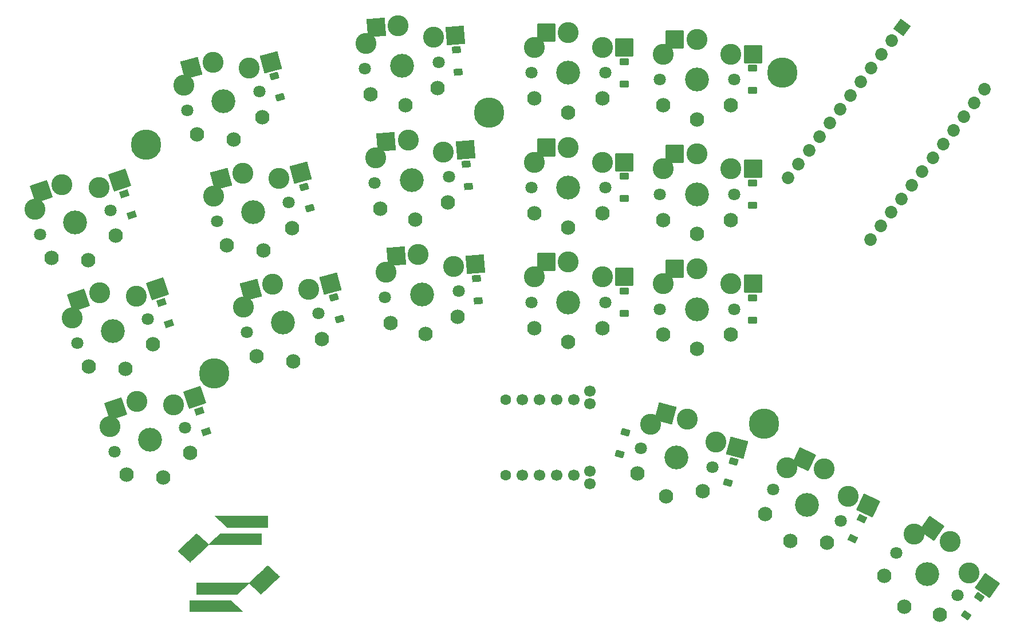
<source format=gbs>
%TF.GenerationSoftware,KiCad,Pcbnew,5.99.0-unknown-fa82fcb809~131~ubuntu20.04.1*%
%TF.CreationDate,2021-09-08T19:53:09+02:00*%
%TF.ProjectId,tuck-n-roll,7475636b-2d6e-42d7-926f-6c6c2e6b6963,VERSION_HERE*%
%TF.SameCoordinates,Original*%
%TF.FileFunction,Soldermask,Bot*%
%TF.FilePolarity,Negative*%
%FSLAX46Y46*%
G04 Gerber Fmt 4.6, Leading zero omitted, Abs format (unit mm)*
G04 Created by KiCad (PCBNEW 5.99.0-unknown-fa82fcb809~131~ubuntu20.04.1) date 2021-09-08 19:53:09*
%MOMM*%
%LPD*%
G01*
G04 APERTURE LIST*
G04 Aperture macros list*
%AMRoundRect*
0 Rectangle with rounded corners*
0 $1 Rounding radius*
0 $2 $3 $4 $5 $6 $7 $8 $9 X,Y pos of 4 corners*
0 Add a 4 corners polygon primitive as box body*
4,1,4,$2,$3,$4,$5,$6,$7,$8,$9,$2,$3,0*
0 Add four circle primitives for the rounded corners*
1,1,$1+$1,$2,$3*
1,1,$1+$1,$4,$5*
1,1,$1+$1,$6,$7*
1,1,$1+$1,$8,$9*
0 Add four rect primitives between the rounded corners*
20,1,$1+$1,$2,$3,$4,$5,0*
20,1,$1+$1,$4,$5,$6,$7,0*
20,1,$1+$1,$6,$7,$8,$9,0*
20,1,$1+$1,$8,$9,$2,$3,0*%
G04 Aperture macros list end*
%ADD10C,0.010000*%
%ADD11C,3.529000*%
%ADD12C,1.801800*%
%ADD13C,3.100000*%
%ADD14RoundRect,0.050000X-0.805936X-1.652413X1.652413X-0.805936X0.805936X1.652413X-1.652413X0.805936X0*%
%ADD15C,2.132000*%
%ADD16RoundRect,0.050000X0.713817X-0.230142X0.420805X0.620824X-0.713817X0.230142X-0.420805X-0.620824X0*%
%ADD17RoundRect,0.050000X-0.919239X-1.592168X1.592168X-0.919239X0.919239X1.592168X-1.592168X0.919239X0*%
%ADD18RoundRect,0.050000X0.696024X-0.279375X0.463087X0.589958X-0.696024X0.279375X-0.463087X-0.589958X0*%
%ADD19RoundRect,0.050000X-1.181751X-1.408356X1.408356X-1.181751X1.181751X1.408356X-1.408356X1.181751X0*%
%ADD20RoundRect,0.050000X0.636937X-0.395994X0.558497X0.500581X-0.636937X0.395994X-0.558497X-0.500581X0*%
%ADD21RoundRect,0.050000X-1.300000X-1.300000X1.300000X-1.300000X1.300000X1.300000X-1.300000X1.300000X0*%
%ADD22RoundRect,0.050000X0.600000X-0.450000X0.600000X0.450000X-0.600000X0.450000X-0.600000X-0.450000X0*%
%ADD23RoundRect,0.050000X-1.592168X-0.919239X0.919239X-1.592168X1.592168X0.919239X-0.919239X1.592168X0*%
%ADD24RoundRect,0.050000X0.463087X-0.589958X0.696024X0.279375X-0.463087X0.589958X-0.696024X-0.279375X0*%
%ADD25RoundRect,0.050000X-1.727604X-0.628796X0.628796X-1.727604X1.727604X0.628796X-0.628796X1.727604X0*%
%ADD26RoundRect,0.050000X0.353606X-0.661409X0.733963X0.154268X-0.353606X0.661409X-0.733963X-0.154268X0*%
%ADD27RoundRect,0.050000X-1.810547X-0.319248X0.319248X-1.810547X1.810547X0.319248X-0.319248X1.810547X0*%
%ADD28RoundRect,0.050000X0.233382X-0.712764X0.749601X0.024473X-0.233382X0.712764X-0.749601X-0.024473X0*%
%ADD29RoundRect,0.050000X-0.172474X1.227215X-1.227215X-0.172474X0.172474X-1.227215X1.227215X0.172474X0*%
%ADD30C,1.852600*%
%ADD31C,1.700000*%
%ADD32C,1.600000*%
%ADD33C,0.800000*%
%ADD34C,4.500000*%
G04 APERTURE END LIST*
D10*
%TO.C,G\u002A\u002A\u002A*%
X10869084Y-16478250D02*
X3082600Y-16478250D01*
X3082600Y-16478250D02*
X1726130Y-17758834D01*
X1726130Y-17758834D02*
X1524366Y-17949119D01*
X1524366Y-17949119D02*
X1331270Y-18130860D01*
X1331270Y-18130860D02*
X1149071Y-18301978D01*
X1149071Y-18301978D02*
X980000Y-18460396D01*
X980000Y-18460396D02*
X826286Y-18604039D01*
X826286Y-18604039D02*
X690157Y-18730827D01*
X690157Y-18730827D02*
X573845Y-18838685D01*
X573845Y-18838685D02*
X479579Y-18925535D01*
X479579Y-18925535D02*
X409589Y-18989301D01*
X409589Y-18989301D02*
X366103Y-19027904D01*
X366103Y-19027904D02*
X351474Y-19039417D01*
X351474Y-19039417D02*
X333044Y-19025312D01*
X333044Y-19025312D02*
X286765Y-18984778D01*
X286765Y-18984778D02*
X215533Y-18920482D01*
X215533Y-18920482D02*
X122245Y-18835096D01*
X122245Y-18835096D02*
X9797Y-18731286D01*
X9797Y-18731286D02*
X-118913Y-18611724D01*
X-118913Y-18611724D02*
X-260989Y-18479077D01*
X-260989Y-18479077D02*
X-413534Y-18336015D01*
X-413534Y-18336015D02*
X-489522Y-18264525D01*
X-489522Y-18264525D02*
X-647443Y-18115783D01*
X-647443Y-18115783D02*
X-797219Y-17974676D01*
X-797219Y-17974676D02*
X-935801Y-17844080D01*
X-935801Y-17844080D02*
X-1060137Y-17726873D01*
X-1060137Y-17726873D02*
X-1167178Y-17625929D01*
X-1167178Y-17625929D02*
X-1253872Y-17544127D01*
X-1253872Y-17544127D02*
X-1317169Y-17484343D01*
X-1317169Y-17484343D02*
X-1354018Y-17449453D01*
X-1354018Y-17449453D02*
X-1361008Y-17442785D01*
X-1361008Y-17442785D02*
X-1409684Y-17395938D01*
X-1409684Y-17395938D02*
X-162138Y-16218475D01*
X-162138Y-16218475D02*
X34558Y-16032856D01*
X34558Y-16032856D02*
X224845Y-15853340D01*
X224845Y-15853340D02*
X406114Y-15682385D01*
X406114Y-15682385D02*
X575757Y-15522447D01*
X575757Y-15522447D02*
X731164Y-15375984D01*
X731164Y-15375984D02*
X869728Y-15245455D01*
X869728Y-15245455D02*
X988840Y-15133318D01*
X988840Y-15133318D02*
X1085890Y-15042029D01*
X1085890Y-15042029D02*
X1158271Y-14974047D01*
X1158271Y-14974047D02*
X1203373Y-14931829D01*
X1203373Y-14931829D02*
X1212079Y-14923737D01*
X1212079Y-14923737D02*
X1338749Y-14806462D01*
X1338749Y-14806462D02*
X2212694Y-15630784D01*
X2212694Y-15630784D02*
X3086639Y-16455105D01*
X3086639Y-16455105D02*
X3405986Y-16151995D01*
X3405986Y-16151995D02*
X3501491Y-16061404D01*
X3501491Y-16061404D02*
X3621067Y-15948071D01*
X3621067Y-15948071D02*
X3758023Y-15818335D01*
X3758023Y-15818335D02*
X3905665Y-15678533D01*
X3905665Y-15678533D02*
X4057300Y-15535003D01*
X4057300Y-15535003D02*
X4206235Y-15394084D01*
X4206235Y-15394084D02*
X4275667Y-15328412D01*
X4275667Y-15328412D02*
X4826000Y-14807939D01*
X4826000Y-14807939D02*
X7847542Y-14807011D01*
X7847542Y-14807011D02*
X10869084Y-14806084D01*
X10869084Y-14806084D02*
X10869084Y-16478250D01*
X10869084Y-16478250D02*
X10869084Y-16478250D01*
G36*
X10869084Y-16478250D02*
G01*
X3082600Y-16478250D01*
X1726130Y-17758834D01*
X1524366Y-17949119D01*
X1331270Y-18130860D01*
X1149071Y-18301978D01*
X980000Y-18460396D01*
X826286Y-18604039D01*
X690157Y-18730827D01*
X573845Y-18838685D01*
X479579Y-18925535D01*
X409589Y-18989301D01*
X366103Y-19027904D01*
X351474Y-19039417D01*
X333044Y-19025312D01*
X286765Y-18984778D01*
X215533Y-18920482D01*
X122245Y-18835096D01*
X9797Y-18731286D01*
X-118913Y-18611724D01*
X-260989Y-18479077D01*
X-413534Y-18336015D01*
X-489522Y-18264525D01*
X-647443Y-18115783D01*
X-797219Y-17974676D01*
X-935801Y-17844080D01*
X-1060137Y-17726873D01*
X-1167178Y-17625929D01*
X-1253872Y-17544127D01*
X-1317169Y-17484343D01*
X-1354018Y-17449453D01*
X-1361008Y-17442785D01*
X-1409684Y-17395938D01*
X-162138Y-16218475D01*
X34558Y-16032856D01*
X224845Y-15853340D01*
X406114Y-15682385D01*
X575757Y-15522447D01*
X731164Y-15375984D01*
X869728Y-15245455D01*
X988840Y-15133318D01*
X1085890Y-15042029D01*
X1158271Y-14974047D01*
X1203373Y-14931829D01*
X1212079Y-14923737D01*
X1338749Y-14806462D01*
X2212694Y-15630784D01*
X3086639Y-16455105D01*
X3405986Y-16151995D01*
X3501491Y-16061404D01*
X3621067Y-15948071D01*
X3758023Y-15818335D01*
X3905665Y-15678533D01*
X4057300Y-15535003D01*
X4206235Y-15394084D01*
X4275667Y-15328412D01*
X4826000Y-14807939D01*
X7847542Y-14807011D01*
X10869084Y-14806084D01*
X10869084Y-16478250D01*
G37*
X10869084Y-16478250D02*
X3082600Y-16478250D01*
X1726130Y-17758834D01*
X1524366Y-17949119D01*
X1331270Y-18130860D01*
X1149071Y-18301978D01*
X980000Y-18460396D01*
X826286Y-18604039D01*
X690157Y-18730827D01*
X573845Y-18838685D01*
X479579Y-18925535D01*
X409589Y-18989301D01*
X366103Y-19027904D01*
X351474Y-19039417D01*
X333044Y-19025312D01*
X286765Y-18984778D01*
X215533Y-18920482D01*
X122245Y-18835096D01*
X9797Y-18731286D01*
X-118913Y-18611724D01*
X-260989Y-18479077D01*
X-413534Y-18336015D01*
X-489522Y-18264525D01*
X-647443Y-18115783D01*
X-797219Y-17974676D01*
X-935801Y-17844080D01*
X-1060137Y-17726873D01*
X-1167178Y-17625929D01*
X-1253872Y-17544127D01*
X-1317169Y-17484343D01*
X-1354018Y-17449453D01*
X-1361008Y-17442785D01*
X-1409684Y-17395938D01*
X-162138Y-16218475D01*
X34558Y-16032856D01*
X224845Y-15853340D01*
X406114Y-15682385D01*
X575757Y-15522447D01*
X731164Y-15375984D01*
X869728Y-15245455D01*
X988840Y-15133318D01*
X1085890Y-15042029D01*
X1158271Y-14974047D01*
X1203373Y-14931829D01*
X1212079Y-14923737D01*
X1338749Y-14806462D01*
X2212694Y-15630784D01*
X3086639Y-16455105D01*
X3405986Y-16151995D01*
X3501491Y-16061404D01*
X3621067Y-15948071D01*
X3758023Y-15818335D01*
X3905665Y-15678533D01*
X4057300Y-15535003D01*
X4206235Y-15394084D01*
X4275667Y-15328412D01*
X4826000Y-14807939D01*
X7847542Y-14807011D01*
X10869084Y-14806084D01*
X10869084Y-16478250D01*
X3360209Y-24713263D02*
X6371167Y-24714442D01*
X6371167Y-24714442D02*
X7164917Y-25465107D01*
X7164917Y-25465107D02*
X7321376Y-25613159D01*
X7321376Y-25613159D02*
X7470892Y-25754805D01*
X7470892Y-25754805D02*
X7610174Y-25886917D01*
X7610174Y-25886917D02*
X7735933Y-26006367D01*
X7735933Y-26006367D02*
X7844880Y-26110028D01*
X7844880Y-26110028D02*
X7933726Y-26194773D01*
X7933726Y-26194773D02*
X7999181Y-26257473D01*
X7999181Y-26257473D02*
X8037957Y-26295002D01*
X8037957Y-26295002D02*
X8043022Y-26300011D01*
X8043022Y-26300011D02*
X8127378Y-26384250D01*
X8127378Y-26384250D02*
X349250Y-26384250D01*
X349250Y-26384250D02*
X349250Y-24712084D01*
X349250Y-24712084D02*
X3360209Y-24713263D01*
X3360209Y-24713263D02*
X3360209Y-24713263D01*
G36*
X3360209Y-24713263D02*
G01*
X6371167Y-24714442D01*
X7164917Y-25465107D01*
X7321376Y-25613159D01*
X7470892Y-25754805D01*
X7610174Y-25886917D01*
X7735933Y-26006367D01*
X7844880Y-26110028D01*
X7933726Y-26194773D01*
X7999181Y-26257473D01*
X8037957Y-26295002D01*
X8043022Y-26300011D01*
X8127378Y-26384250D01*
X349250Y-26384250D01*
X349250Y-24712084D01*
X3360209Y-24713263D01*
G37*
X3360209Y-24713263D02*
X6371167Y-24714442D01*
X7164917Y-25465107D01*
X7321376Y-25613159D01*
X7470892Y-25754805D01*
X7610174Y-25886917D01*
X7735933Y-26006367D01*
X7844880Y-26110028D01*
X7933726Y-26194773D01*
X7999181Y-26257473D01*
X8037957Y-26295002D01*
X8043022Y-26300011D01*
X8127378Y-26384250D01*
X349250Y-26384250D01*
X349250Y-24712084D01*
X3360209Y-24713263D01*
X11842750Y-13895917D02*
X5820834Y-13895527D01*
X5820834Y-13895527D02*
X4953000Y-13076818D01*
X4953000Y-13076818D02*
X4792359Y-12925088D01*
X4792359Y-12925088D02*
X4641112Y-12781880D01*
X4641112Y-12781880D02*
X4502041Y-12649850D01*
X4502041Y-12649850D02*
X4377926Y-12531656D01*
X4377926Y-12531656D02*
X4271549Y-12429955D01*
X4271549Y-12429955D02*
X4185691Y-12347404D01*
X4185691Y-12347404D02*
X4123131Y-12286659D01*
X4123131Y-12286659D02*
X4086653Y-12250379D01*
X4086653Y-12250379D02*
X4078111Y-12240929D01*
X4078111Y-12240929D02*
X4098191Y-12239151D01*
X4098191Y-12239151D02*
X4158517Y-12237424D01*
X4158517Y-12237424D02*
X4257004Y-12235757D01*
X4257004Y-12235757D02*
X4391565Y-12234160D01*
X4391565Y-12234160D02*
X4560114Y-12232641D01*
X4560114Y-12232641D02*
X4760564Y-12231209D01*
X4760564Y-12231209D02*
X4990828Y-12229875D01*
X4990828Y-12229875D02*
X5248821Y-12228647D01*
X5248821Y-12228647D02*
X5532456Y-12227534D01*
X5532456Y-12227534D02*
X5839647Y-12226546D01*
X5839647Y-12226546D02*
X6168306Y-12225692D01*
X6168306Y-12225692D02*
X6516348Y-12224982D01*
X6516348Y-12224982D02*
X6881687Y-12224424D01*
X6881687Y-12224424D02*
X7262235Y-12224027D01*
X7262235Y-12224027D02*
X7655907Y-12223802D01*
X7655907Y-12223802D02*
X7956903Y-12223750D01*
X7956903Y-12223750D02*
X11842750Y-12223750D01*
X11842750Y-12223750D02*
X11842750Y-13895917D01*
X11842750Y-13895917D02*
X11842750Y-13895917D01*
G36*
X11842750Y-13895917D02*
G01*
X5820834Y-13895527D01*
X4953000Y-13076818D01*
X4792359Y-12925088D01*
X4641112Y-12781880D01*
X4502041Y-12649850D01*
X4377926Y-12531656D01*
X4271549Y-12429955D01*
X4185691Y-12347404D01*
X4123131Y-12286659D01*
X4086653Y-12250379D01*
X4078111Y-12240929D01*
X4098191Y-12239151D01*
X4158517Y-12237424D01*
X4257004Y-12235757D01*
X4391565Y-12234160D01*
X4560114Y-12232641D01*
X4760564Y-12231209D01*
X4990828Y-12229875D01*
X5248821Y-12228647D01*
X5532456Y-12227534D01*
X5839647Y-12226546D01*
X6168306Y-12225692D01*
X6516348Y-12224982D01*
X6881687Y-12224424D01*
X7262235Y-12224027D01*
X7655907Y-12223802D01*
X7956903Y-12223750D01*
X11842750Y-12223750D01*
X11842750Y-13895917D01*
G37*
X11842750Y-13895917D02*
X5820834Y-13895527D01*
X4953000Y-13076818D01*
X4792359Y-12925088D01*
X4641112Y-12781880D01*
X4502041Y-12649850D01*
X4377926Y-12531656D01*
X4271549Y-12429955D01*
X4185691Y-12347404D01*
X4123131Y-12286659D01*
X4086653Y-12250379D01*
X4078111Y-12240929D01*
X4098191Y-12239151D01*
X4158517Y-12237424D01*
X4257004Y-12235757D01*
X4391565Y-12234160D01*
X4560114Y-12232641D01*
X4760564Y-12231209D01*
X4990828Y-12229875D01*
X5248821Y-12228647D01*
X5532456Y-12227534D01*
X5839647Y-12226546D01*
X6168306Y-12225692D01*
X6516348Y-12224982D01*
X6881687Y-12224424D01*
X7262235Y-12224027D01*
X7655907Y-12223802D01*
X7956903Y-12223750D01*
X11842750Y-12223750D01*
X11842750Y-13895917D01*
X11856122Y-19593256D02*
X11904158Y-19633394D01*
X11904158Y-19633394D02*
X11975767Y-19696388D01*
X11975767Y-19696388D02*
X12067556Y-19779046D01*
X12067556Y-19779046D02*
X12176132Y-19878173D01*
X12176132Y-19878173D02*
X12298102Y-19990578D01*
X12298102Y-19990578D02*
X12430075Y-20113067D01*
X12430075Y-20113067D02*
X12568657Y-20242448D01*
X12568657Y-20242448D02*
X12710457Y-20375527D01*
X12710457Y-20375527D02*
X12852081Y-20509111D01*
X12852081Y-20509111D02*
X12990137Y-20640007D01*
X12990137Y-20640007D02*
X13121232Y-20765023D01*
X13121232Y-20765023D02*
X13241974Y-20880965D01*
X13241974Y-20880965D02*
X13348971Y-20984641D01*
X13348971Y-20984641D02*
X13438830Y-21072857D01*
X13438830Y-21072857D02*
X13508158Y-21142420D01*
X13508158Y-21142420D02*
X13553563Y-21190138D01*
X13553563Y-21190138D02*
X13571652Y-21212817D01*
X13571652Y-21212817D02*
X13571818Y-21213776D01*
X13571818Y-21213776D02*
X13556113Y-21232326D01*
X13556113Y-21232326D02*
X13512054Y-21277408D01*
X13512054Y-21277408D02*
X13442163Y-21346591D01*
X13442163Y-21346591D02*
X13348960Y-21437445D01*
X13348960Y-21437445D02*
X13234968Y-21547539D01*
X13234968Y-21547539D02*
X13102708Y-21674444D01*
X13102708Y-21674444D02*
X12954702Y-21815729D01*
X12954702Y-21815729D02*
X12793471Y-21968964D01*
X12793471Y-21968964D02*
X12621537Y-22131718D01*
X12621537Y-22131718D02*
X12520084Y-22227465D01*
X12520084Y-22227465D02*
X12332764Y-22404080D01*
X12332764Y-22404080D02*
X12146564Y-22579680D01*
X12146564Y-22579680D02*
X11965079Y-22750874D01*
X11965079Y-22750874D02*
X11791901Y-22914271D01*
X11791901Y-22914271D02*
X11630626Y-23066477D01*
X11630626Y-23066477D02*
X11484847Y-23204102D01*
X11484847Y-23204102D02*
X11358158Y-23323753D01*
X11358158Y-23323753D02*
X11254152Y-23422037D01*
X11254152Y-23422037D02*
X11176424Y-23495564D01*
X11176424Y-23495564D02*
X11160930Y-23510239D01*
X11160930Y-23510239D02*
X10849526Y-23805267D01*
X10849526Y-23805267D02*
X9979523Y-22983384D01*
X9979523Y-22983384D02*
X9818871Y-22831748D01*
X9818871Y-22831748D02*
X9667547Y-22689172D01*
X9667547Y-22689172D02*
X9528321Y-22558248D01*
X9528321Y-22558248D02*
X9403963Y-22441567D01*
X9403963Y-22441567D02*
X9297242Y-22341723D01*
X9297242Y-22341723D02*
X9210928Y-22261307D01*
X9210928Y-22261307D02*
X9147790Y-22202912D01*
X9147790Y-22202912D02*
X9110598Y-22169130D01*
X9110598Y-22169130D02*
X9101419Y-22161500D01*
X9101419Y-22161500D02*
X9084975Y-22175616D01*
X9084975Y-22175616D02*
X9040555Y-22216236D01*
X9040555Y-22216236D02*
X8970932Y-22280764D01*
X8970932Y-22280764D02*
X8878879Y-22366608D01*
X8878879Y-22366608D02*
X8767167Y-22471172D01*
X8767167Y-22471172D02*
X8638571Y-22591863D01*
X8638571Y-22591863D02*
X8495862Y-22726086D01*
X8495862Y-22726086D02*
X8341813Y-22871248D01*
X8341813Y-22871248D02*
X8224768Y-22981709D01*
X8224768Y-22981709D02*
X7356218Y-23801917D01*
X7356218Y-23801917D02*
X1322917Y-23801917D01*
X1322917Y-23801917D02*
X1322917Y-22129750D01*
X1322917Y-22129750D02*
X9102958Y-22129750D01*
X9102958Y-22129750D02*
X10454910Y-20854459D01*
X10454910Y-20854459D02*
X10656567Y-20664533D01*
X10656567Y-20664533D02*
X10849753Y-20483161D01*
X10849753Y-20483161D02*
X11032215Y-20312425D01*
X11032215Y-20312425D02*
X11201699Y-20154409D01*
X11201699Y-20154409D02*
X11355950Y-20011196D01*
X11355950Y-20011196D02*
X11492714Y-19884867D01*
X11492714Y-19884867D02*
X11609737Y-19777506D01*
X11609737Y-19777506D02*
X11704766Y-19691196D01*
X11704766Y-19691196D02*
X11775546Y-19628020D01*
X11775546Y-19628020D02*
X11819824Y-19590059D01*
X11819824Y-19590059D02*
X11835050Y-19579167D01*
X11835050Y-19579167D02*
X11856122Y-19593256D01*
X11856122Y-19593256D02*
X11856122Y-19593256D01*
G36*
X11856122Y-19593256D02*
G01*
X11904158Y-19633394D01*
X11975767Y-19696388D01*
X12067556Y-19779046D01*
X12176132Y-19878173D01*
X12298102Y-19990578D01*
X12430075Y-20113067D01*
X12568657Y-20242448D01*
X12710457Y-20375527D01*
X12852081Y-20509111D01*
X12990137Y-20640007D01*
X13121232Y-20765023D01*
X13241974Y-20880965D01*
X13348971Y-20984641D01*
X13438830Y-21072857D01*
X13508158Y-21142420D01*
X13553563Y-21190138D01*
X13571652Y-21212817D01*
X13571818Y-21213776D01*
X13556113Y-21232326D01*
X13512054Y-21277408D01*
X13442163Y-21346591D01*
X13348960Y-21437445D01*
X13234968Y-21547539D01*
X13102708Y-21674444D01*
X12954702Y-21815729D01*
X12793471Y-21968964D01*
X12621537Y-22131718D01*
X12520084Y-22227465D01*
X12332764Y-22404080D01*
X12146564Y-22579680D01*
X11965079Y-22750874D01*
X11791901Y-22914271D01*
X11630626Y-23066477D01*
X11484847Y-23204102D01*
X11358158Y-23323753D01*
X11254152Y-23422037D01*
X11176424Y-23495564D01*
X11160930Y-23510239D01*
X10849526Y-23805267D01*
X9979523Y-22983384D01*
X9818871Y-22831748D01*
X9667547Y-22689172D01*
X9528321Y-22558248D01*
X9403963Y-22441567D01*
X9297242Y-22341723D01*
X9210928Y-22261307D01*
X9147790Y-22202912D01*
X9110598Y-22169130D01*
X9101419Y-22161500D01*
X9084975Y-22175616D01*
X9040555Y-22216236D01*
X8970932Y-22280764D01*
X8878879Y-22366608D01*
X8767167Y-22471172D01*
X8638571Y-22591863D01*
X8495862Y-22726086D01*
X8341813Y-22871248D01*
X8224768Y-22981709D01*
X7356218Y-23801917D01*
X1322917Y-23801917D01*
X1322917Y-22129750D01*
X9102958Y-22129750D01*
X10454910Y-20854459D01*
X10656567Y-20664533D01*
X10849753Y-20483161D01*
X11032215Y-20312425D01*
X11201699Y-20154409D01*
X11355950Y-20011196D01*
X11492714Y-19884867D01*
X11609737Y-19777506D01*
X11704766Y-19691196D01*
X11775546Y-19628020D01*
X11819824Y-19590059D01*
X11835050Y-19579167D01*
X11856122Y-19593256D01*
G37*
X11856122Y-19593256D02*
X11904158Y-19633394D01*
X11975767Y-19696388D01*
X12067556Y-19779046D01*
X12176132Y-19878173D01*
X12298102Y-19990578D01*
X12430075Y-20113067D01*
X12568657Y-20242448D01*
X12710457Y-20375527D01*
X12852081Y-20509111D01*
X12990137Y-20640007D01*
X13121232Y-20765023D01*
X13241974Y-20880965D01*
X13348971Y-20984641D01*
X13438830Y-21072857D01*
X13508158Y-21142420D01*
X13553563Y-21190138D01*
X13571652Y-21212817D01*
X13571818Y-21213776D01*
X13556113Y-21232326D01*
X13512054Y-21277408D01*
X13442163Y-21346591D01*
X13348960Y-21437445D01*
X13234968Y-21547539D01*
X13102708Y-21674444D01*
X12954702Y-21815729D01*
X12793471Y-21968964D01*
X12621537Y-22131718D01*
X12520084Y-22227465D01*
X12332764Y-22404080D01*
X12146564Y-22579680D01*
X11965079Y-22750874D01*
X11791901Y-22914271D01*
X11630626Y-23066477D01*
X11484847Y-23204102D01*
X11358158Y-23323753D01*
X11254152Y-23422037D01*
X11176424Y-23495564D01*
X11160930Y-23510239D01*
X10849526Y-23805267D01*
X9979523Y-22983384D01*
X9818871Y-22831748D01*
X9667547Y-22689172D01*
X9528321Y-22558248D01*
X9403963Y-22441567D01*
X9297242Y-22341723D01*
X9210928Y-22261307D01*
X9147790Y-22202912D01*
X9110598Y-22169130D01*
X9101419Y-22161500D01*
X9084975Y-22175616D01*
X9040555Y-22216236D01*
X8970932Y-22280764D01*
X8878879Y-22366608D01*
X8767167Y-22471172D01*
X8638571Y-22591863D01*
X8495862Y-22726086D01*
X8341813Y-22871248D01*
X8224768Y-22981709D01*
X7356218Y-23801917D01*
X1322917Y-23801917D01*
X1322917Y-22129750D01*
X9102958Y-22129750D01*
X10454910Y-20854459D01*
X10656567Y-20664533D01*
X10849753Y-20483161D01*
X11032215Y-20312425D01*
X11201699Y-20154409D01*
X11355950Y-20011196D01*
X11492714Y-19884867D01*
X11609737Y-19777506D01*
X11704766Y-19691196D01*
X11775546Y-19628020D01*
X11819824Y-19590059D01*
X11835050Y-19579167D01*
X11856122Y-19593256D01*
%TD*%
D11*
%TO.C,S1*%
X-5534659Y-926184D03*
D12*
X-334307Y864441D03*
X-10735011Y-2716809D03*
D13*
X-2027947Y4247351D03*
X-7471790Y4699652D03*
D14*
X-10568363Y3633416D03*
X1068627Y5313587D03*
D13*
X-11483132Y991670D03*
X-7471790Y4699652D03*
%TD*%
D11*
%TO.C,S2*%
X-5534659Y-926184D03*
D12*
X-10735011Y-2716809D03*
X-334307Y864441D03*
D15*
X-9025093Y-6146995D03*
X-3613807Y-6504744D03*
X430093Y-2891314D03*
X-3613807Y-6504744D03*
%TD*%
D16*
%TO.C,D1*%
X2803057Y199647D03*
X1728683Y3319859D03*
%TD*%
D11*
%TO.C,S3*%
X-11069317Y15147632D03*
D12*
X-5868965Y16938257D03*
X-16269669Y13357007D03*
D13*
X-7562605Y20321167D03*
X-13006448Y20773468D03*
D14*
X-16103021Y19707232D03*
X-4466031Y21387403D03*
D13*
X-17017790Y17065486D03*
X-13006448Y20773468D03*
%TD*%
D11*
%TO.C,S4*%
X-11069317Y15147632D03*
D12*
X-16269669Y13357007D03*
X-5868965Y16938257D03*
D15*
X-14559751Y9926821D03*
X-9148465Y9569072D03*
X-5104565Y13182502D03*
X-9148465Y9569072D03*
%TD*%
D16*
%TO.C,D2*%
X-2731602Y16273463D03*
X-3805976Y19393675D03*
%TD*%
D11*
%TO.C,S5*%
X-16603976Y31221447D03*
D12*
X-11403624Y33012072D03*
X-21804328Y29430822D03*
D13*
X-13097264Y36394982D03*
X-18541107Y36847283D03*
D14*
X-21637680Y35781047D03*
X-10000690Y37461218D03*
D13*
X-22552449Y33139301D03*
X-18541107Y36847283D03*
%TD*%
D11*
%TO.C,S6*%
X-16603976Y31221447D03*
D12*
X-21804328Y29430822D03*
X-11403624Y33012072D03*
D15*
X-20094410Y26000636D03*
X-14683124Y25642887D03*
X-10639224Y29256317D03*
X-14683124Y25642887D03*
%TD*%
D16*
%TO.C,D3*%
X-8266261Y32347279D03*
X-9340635Y35467491D03*
%TD*%
D11*
%TO.C,S7*%
X14091322Y16363992D03*
D12*
X19403914Y17787497D03*
X8778730Y14940487D03*
D13*
X17950380Y21280309D03*
X12551349Y22111251D03*
D17*
X9387942Y21263618D03*
X21113787Y22127941D03*
D13*
X8291121Y18692119D03*
X12551349Y22111251D03*
%TD*%
D11*
%TO.C,S8*%
X14091322Y16363992D03*
D12*
X8778730Y14940487D03*
X19403914Y17787497D03*
D15*
X10245205Y11399379D03*
X15618354Y10665030D03*
X19904464Y13987569D03*
X15618354Y10665030D03*
%TD*%
D18*
%TO.C,D4*%
X22487261Y16905471D03*
X21633159Y20093027D03*
%TD*%
D11*
%TO.C,S9*%
X9691398Y32784731D03*
D12*
X15003990Y34208236D03*
X4378806Y31361226D03*
D13*
X13550456Y37701048D03*
X8151425Y38531990D03*
D17*
X4988018Y37684357D03*
X16713863Y38548680D03*
D13*
X3891197Y35112858D03*
X8151425Y38531990D03*
%TD*%
D11*
%TO.C,S10*%
X9691398Y32784731D03*
D12*
X4378806Y31361226D03*
X15003990Y34208236D03*
D15*
X5845281Y27820118D03*
X11218430Y27085769D03*
X15504540Y30408308D03*
X11218430Y27085769D03*
%TD*%
D18*
%TO.C,D5*%
X18087337Y33326210D03*
X17233235Y36513766D03*
%TD*%
D11*
%TO.C,S11*%
X5291474Y49205471D03*
D12*
X10604066Y50628976D03*
X-21118Y47781966D03*
D13*
X9150532Y54121788D03*
X3751501Y54952730D03*
D17*
X588094Y54105097D03*
X12313939Y54969420D03*
D13*
X-508727Y51533598D03*
X3751501Y54952730D03*
%TD*%
D11*
%TO.C,S12*%
X5291474Y49205471D03*
D12*
X-21118Y47781966D03*
X10604066Y50628976D03*
D15*
X1445357Y44240858D03*
X6818506Y43506509D03*
X11104616Y46829048D03*
X6818506Y43506509D03*
%TD*%
D18*
%TO.C,D6*%
X13687414Y49746950D03*
X12833312Y52934506D03*
%TD*%
D11*
%TO.C,S13*%
X34655082Y20571380D03*
D12*
X40134153Y21050737D03*
X29176011Y20092023D03*
D13*
X39309221Y24742889D03*
X34136505Y26498738D03*
D19*
X30873968Y26213303D03*
X42571759Y25028324D03*
D13*
X29347274Y23871331D03*
X34136505Y26498738D03*
%TD*%
D11*
%TO.C,S14*%
X34655082Y20571380D03*
D12*
X29176011Y20092023D03*
X40134153Y21050737D03*
D15*
X30005300Y16350061D03*
X35169301Y14693831D03*
X39967247Y17221619D03*
X35169301Y14693831D03*
%TD*%
D20*
%TO.C,D7*%
X43017495Y19646694D03*
X42729881Y22934136D03*
%TD*%
D11*
%TO.C,S15*%
X33173434Y37506690D03*
D12*
X38652505Y37986047D03*
X27694363Y37027333D03*
D13*
X37827573Y41678199D03*
X32654857Y43434048D03*
D19*
X29392320Y43148613D03*
X41090111Y41963634D03*
D13*
X27865626Y40806641D03*
X32654857Y43434048D03*
%TD*%
D11*
%TO.C,S16*%
X33173434Y37506690D03*
D12*
X27694363Y37027333D03*
X38652505Y37986047D03*
D15*
X28523652Y33285371D03*
X33687653Y31629141D03*
X38485599Y34156929D03*
X33687653Y31629141D03*
%TD*%
D20*
%TO.C,D8*%
X41535848Y36582004D03*
X41248234Y39869446D03*
%TD*%
D11*
%TO.C,S17*%
X31691787Y54442000D03*
D12*
X37170858Y54921357D03*
X26212716Y53962643D03*
D13*
X36345926Y58613509D03*
X31173210Y60369358D03*
D19*
X27910673Y60083923D03*
X39608464Y58898944D03*
D13*
X26383979Y57741951D03*
X31173210Y60369358D03*
%TD*%
D11*
%TO.C,S18*%
X31691787Y54442000D03*
D12*
X26212716Y53962643D03*
X37170858Y54921357D03*
D15*
X27042005Y50220681D03*
X32206006Y48564451D03*
X37003952Y51092239D03*
X32206006Y48564451D03*
%TD*%
D20*
%TO.C,D9*%
X40054200Y53517314D03*
X39766586Y56804756D03*
%TD*%
D11*
%TO.C,S19*%
X56322091Y19390601D03*
D12*
X61822091Y19390601D03*
X50822091Y19390601D03*
D13*
X61322091Y23140601D03*
X56322091Y25340601D03*
D21*
X53047091Y25340601D03*
X64597091Y23140601D03*
D13*
X51322091Y23140601D03*
X56322091Y25340601D03*
%TD*%
D11*
%TO.C,S20*%
X56322091Y19390601D03*
D12*
X50822091Y19390601D03*
X61822091Y19390601D03*
D15*
X51322091Y15590601D03*
X56322091Y13490601D03*
X61322091Y15590601D03*
X56322091Y13490601D03*
%TD*%
D22*
%TO.C,D10*%
X64572091Y17740601D03*
X64572091Y21040601D03*
%TD*%
D11*
%TO.C,S21*%
X56322091Y36390601D03*
D12*
X61822091Y36390601D03*
X50822091Y36390601D03*
D13*
X61322091Y40140601D03*
X56322091Y42340601D03*
D21*
X53047091Y42340601D03*
X64597091Y40140601D03*
D13*
X51322091Y40140601D03*
X56322091Y42340601D03*
%TD*%
D11*
%TO.C,S22*%
X56322091Y36390601D03*
D12*
X50822091Y36390601D03*
X61822091Y36390601D03*
D15*
X51322091Y32590601D03*
X56322091Y30490601D03*
X61322091Y32590601D03*
X56322091Y30490601D03*
%TD*%
D22*
%TO.C,D11*%
X64572091Y34740601D03*
X64572091Y38040601D03*
%TD*%
D11*
%TO.C,S23*%
X56322091Y53390601D03*
D12*
X61822091Y53390601D03*
X50822091Y53390601D03*
D13*
X61322091Y57140601D03*
X56322091Y59340601D03*
D21*
X53047091Y59340601D03*
X64597091Y57140601D03*
D13*
X51322091Y57140601D03*
X56322091Y59340601D03*
%TD*%
D11*
%TO.C,S24*%
X56322091Y53390601D03*
D12*
X50822091Y53390601D03*
X61822091Y53390601D03*
D15*
X51322091Y49590601D03*
X56322091Y47490601D03*
X61322091Y49590601D03*
X56322091Y47490601D03*
%TD*%
D22*
%TO.C,D12*%
X64572091Y51740601D03*
X64572091Y55040601D03*
%TD*%
D11*
%TO.C,S25*%
X75322091Y18390601D03*
D12*
X80822091Y18390601D03*
X69822091Y18390601D03*
D13*
X80322091Y22140601D03*
X75322091Y24340601D03*
D21*
X72047091Y24340601D03*
X83597091Y22140601D03*
D13*
X70322091Y22140601D03*
X75322091Y24340601D03*
%TD*%
D11*
%TO.C,S26*%
X75322091Y18390601D03*
D12*
X69822091Y18390601D03*
X80822091Y18390601D03*
D15*
X70322091Y14590601D03*
X75322091Y12490601D03*
X80322091Y14590601D03*
X75322091Y12490601D03*
%TD*%
D22*
%TO.C,D13*%
X83572091Y16740601D03*
X83572091Y20040601D03*
%TD*%
D11*
%TO.C,S27*%
X75322091Y35390601D03*
D12*
X80822091Y35390601D03*
X69822091Y35390601D03*
D13*
X80322091Y39140601D03*
X75322091Y41340601D03*
D21*
X72047091Y41340601D03*
X83597091Y39140601D03*
D13*
X70322091Y39140601D03*
X75322091Y41340601D03*
%TD*%
D11*
%TO.C,S28*%
X75322091Y35390601D03*
D12*
X69822091Y35390601D03*
X80822091Y35390601D03*
D15*
X70322091Y31590601D03*
X75322091Y29490601D03*
X80322091Y31590601D03*
X75322091Y29490601D03*
%TD*%
D22*
%TO.C,D14*%
X83572091Y33740601D03*
X83572091Y37040601D03*
%TD*%
D11*
%TO.C,S29*%
X75322091Y52390601D03*
D12*
X80822091Y52390601D03*
X69822091Y52390601D03*
D13*
X80322091Y56140601D03*
X75322091Y58340601D03*
D21*
X72047091Y58340601D03*
X83597091Y56140601D03*
D13*
X70322091Y56140601D03*
X75322091Y58340601D03*
%TD*%
D11*
%TO.C,S30*%
X75322091Y52390601D03*
D12*
X69822091Y52390601D03*
X80822091Y52390601D03*
D15*
X70322091Y48590601D03*
X75322091Y46490601D03*
X80322091Y48590601D03*
X75322091Y46490601D03*
%TD*%
D22*
%TO.C,D15*%
X83572091Y50740601D03*
X83572091Y54040601D03*
%TD*%
D11*
%TO.C,S31*%
X72322091Y-3609399D03*
D12*
X77634683Y-5032904D03*
X67009499Y-2185894D03*
D13*
X78122292Y-1281272D03*
X73862064Y2137860D03*
D23*
X70698657Y2985492D03*
X81285699Y-2128905D03*
D13*
X68463033Y1306918D03*
X73862064Y2137860D03*
%TD*%
D11*
%TO.C,S32*%
X72322091Y-3609399D03*
D12*
X67009499Y-2185894D03*
X77634683Y-5032904D03*
D15*
X66508949Y-5985822D03*
X70795059Y-9308361D03*
X76168208Y-8574012D03*
X70795059Y-9308361D03*
%TD*%
D24*
%TO.C,D16*%
X79863928Y-7338434D03*
X80718030Y-4150878D03*
%TD*%
D11*
%TO.C,S33*%
X91582503Y-10619616D03*
D12*
X96567196Y-12944016D03*
X86597810Y-8295216D03*
D13*
X97698860Y-9334053D03*
X94097082Y-5227085D03*
D25*
X91128924Y-3843010D03*
X100667018Y-10718128D03*
D13*
X88635783Y-5107870D03*
X94097082Y-5227085D03*
%TD*%
D11*
%TO.C,S34*%
X91582503Y-10619616D03*
D12*
X86597810Y-8295216D03*
X96567196Y-12944016D03*
D15*
X85445015Y-11950494D03*
X89089055Y-15966832D03*
X94508093Y-16176677D03*
X89089055Y-15966832D03*
%TD*%
D26*
%TO.C,D17*%
X98362222Y-15601625D03*
X99756862Y-12610809D03*
%TD*%
D11*
%TO.C,S35*%
X109332995Y-20867867D03*
D12*
X113838331Y-24022537D03*
X104827659Y-17713197D03*
D13*
X115579667Y-20663929D03*
X112745775Y-15993912D03*
D27*
X110063052Y-14115450D03*
X118262390Y-22542392D03*
D13*
X107388146Y-14928165D03*
X112745775Y-15993912D03*
%TD*%
D11*
%TO.C,S36*%
X109332995Y-20867867D03*
D12*
X104827659Y-17713197D03*
X113838331Y-24022537D03*
D15*
X103057644Y-21112763D03*
X105948894Y-25700864D03*
X111249165Y-26848527D03*
X105948894Y-25700864D03*
%TD*%
D28*
%TO.C,D18*%
X115144598Y-26951474D03*
X117037400Y-24248272D03*
%TD*%
D29*
%TO.C,MCU1*%
X105643844Y60133370D03*
D30*
X104115234Y58104835D03*
X102586624Y56076301D03*
X101058014Y54047767D03*
X99529404Y52019233D03*
X98000793Y49990699D03*
X96472183Y47962164D03*
X94943573Y45933630D03*
X93414963Y43905096D03*
X91886353Y41876562D03*
X90357743Y39848028D03*
X88829133Y37819493D03*
X117815049Y50961709D03*
X116286439Y48933174D03*
X114757829Y46904640D03*
X113229219Y44876106D03*
X111700609Y42847572D03*
X110171999Y40819038D03*
X108643389Y38790503D03*
X107114778Y36761969D03*
X105586168Y34733435D03*
X104057558Y32704901D03*
X102528948Y30676367D03*
X101000338Y28647832D03*
%TD*%
D31*
%TO.C,REF\u002A\u002A*%
X59522091Y6240601D03*
X59522091Y4390601D03*
X57132091Y5015601D03*
X54592091Y5015601D03*
X52052091Y5015601D03*
X49512091Y5015601D03*
D32*
X47022091Y5015601D03*
D31*
X59522091Y-7459399D03*
X59522091Y-5609399D03*
X57132091Y-6234399D03*
X54592091Y-6234399D03*
X52052091Y-6234399D03*
X49512091Y-6234399D03*
D32*
X47022091Y-6234399D03*
%TD*%
D24*
%TO.C,D19*%
X63926152Y-3067920D03*
X64780254Y119636D03*
%TD*%
D33*
%TO.C,HOLE1*%
X86388817Y223875D03*
D34*
X85222091Y1390601D03*
D33*
X85222091Y-259399D03*
X86388817Y2557327D03*
X83572091Y1390601D03*
X84055365Y2557327D03*
X84055365Y223875D03*
X86872091Y1390601D03*
X85222091Y3040601D03*
%TD*%
%TO.C,HOLE2*%
X89088817Y52223875D03*
D34*
X87922091Y53390601D03*
D33*
X87922091Y51740601D03*
X89088817Y54557327D03*
X86272091Y53390601D03*
X86755365Y54557327D03*
X86755365Y52223875D03*
X89572091Y53390601D03*
X87922091Y55040601D03*
%TD*%
%TO.C,HOLE3*%
X5465155Y8184650D03*
D34*
X3982145Y8907962D03*
D33*
X4519332Y7347856D03*
X4705457Y10390972D03*
X2422039Y8370775D03*
X2499135Y9631274D03*
X3258833Y7424952D03*
X5542251Y9445149D03*
X3444958Y10468068D03*
%TD*%
%TO.C,HOLE4*%
X-4609123Y42049808D03*
D34*
X-6092133Y42773120D03*
D33*
X-5554946Y41213014D03*
X-5368821Y44256130D03*
X-7652239Y42235933D03*
X-7575143Y43496432D03*
X-6815445Y41290110D03*
X-4532027Y43310307D03*
X-6629320Y44333226D03*
%TD*%
%TO.C,HOLE5*%
X45788817Y46273875D03*
D34*
X44622091Y47440601D03*
D33*
X44622091Y45790601D03*
X45788817Y48607327D03*
X42972091Y47440601D03*
X43455365Y48607327D03*
X43455365Y46273875D03*
X46272091Y47440601D03*
X44622091Y49090601D03*
%TD*%
M02*

</source>
